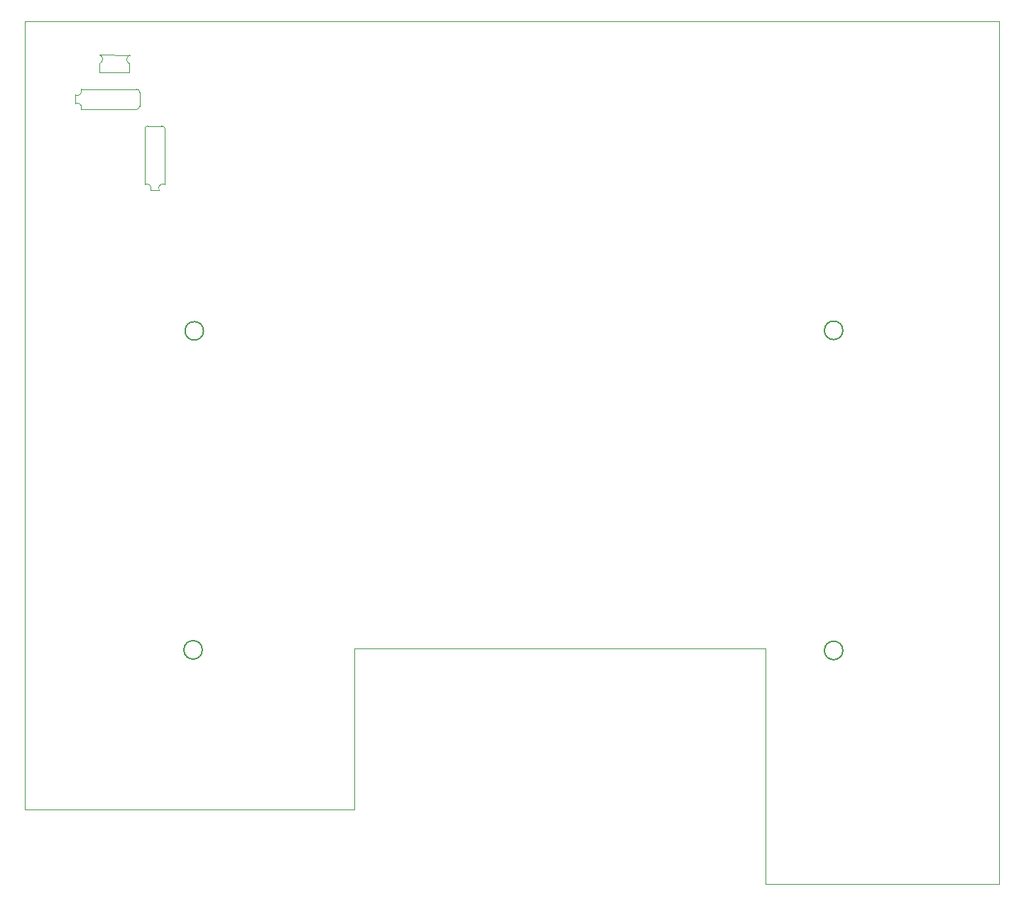
<source format=gbr>
%TF.GenerationSoftware,KiCad,Pcbnew,8.0.7*%
%TF.CreationDate,2025-03-28T15:44:08+09:00*%
%TF.ProjectId,cool642tb_R_with_tb_v130,636f6f6c-3634-4327-9462-5f525f776974,rev?*%
%TF.SameCoordinates,Original*%
%TF.FileFunction,Profile,NP*%
%FSLAX46Y46*%
G04 Gerber Fmt 4.6, Leading zero omitted, Abs format (unit mm)*
G04 Created by KiCad (PCBNEW 8.0.7) date 2025-03-28 15:44:08*
%MOMM*%
%LPD*%
G01*
G04 APERTURE LIST*
%TA.AperFunction,Profile*%
%ADD10C,0.050000*%
%TD*%
%TA.AperFunction,Profile*%
%ADD11C,0.200000*%
%TD*%
%TA.AperFunction,Profile*%
%ADD12C,0.120000*%
%TD*%
G04 APERTURE END LIST*
D10*
X86419999Y27382636D02*
X86459999Y-75567364D01*
D11*
X67810000Y-47670000D02*
G75*
G02*
X65610000Y-47670000I-1100000J0D01*
G01*
X65610000Y-47670000D02*
G75*
G02*
X67810000Y-47670000I1100000J0D01*
G01*
D10*
X86459999Y-75567364D02*
X58610000Y-75557364D01*
D11*
X67810000Y-9470000D02*
G75*
G02*
X65610000Y-9470000I-1100000J0D01*
G01*
X65610000Y-9470000D02*
G75*
G02*
X67810000Y-9470000I1100000J0D01*
G01*
D10*
X9580000Y-47410000D02*
X9580000Y-66640000D01*
X58610000Y-75557364D02*
X58570000Y-47410000D01*
D11*
X-8420000Y-9530000D02*
G75*
G02*
X-10620000Y-9530000I-1100000J0D01*
G01*
X-10620000Y-9530000D02*
G75*
G02*
X-8420000Y-9530000I1100000J0D01*
G01*
D10*
X9580000Y-66640000D02*
X-29750001Y-66687364D01*
X-29750001Y27382636D02*
X86419999Y27382636D01*
X49937000Y-47396000D02*
X9580000Y-47410000D01*
X49937000Y-47396000D02*
X58570000Y-47410000D01*
D11*
X-8560000Y-47600000D02*
G75*
G02*
X-10760000Y-47600000I-1100000J0D01*
G01*
X-10760000Y-47600000D02*
G75*
G02*
X-8560000Y-47600000I1100000J0D01*
G01*
D10*
X-29750001Y-66687364D02*
X-29750001Y27382636D01*
D12*
%TO.C,U1*%
X-23697753Y17580553D02*
X-23697753Y18621953D01*
X-23011953Y19307753D02*
X-16399493Y19319370D01*
X-20823539Y22377540D02*
X-20820564Y21324209D01*
X-20820564Y21324209D02*
X-17239435Y21295791D01*
X-20770000Y23402268D02*
X-17188871Y23373850D01*
X-17242410Y22349122D02*
X-17239435Y21295791D01*
X-16411000Y16889000D02*
X-23011953Y16894753D01*
X-16030753Y18926753D02*
X-16030753Y17275753D01*
X-15417753Y7938047D02*
X-15421000Y14539000D01*
X-15036753Y14919247D02*
X-13385753Y14919247D01*
X-13690553Y7252247D02*
X-14731953Y7252247D01*
X-13004753Y14539000D02*
X-13004753Y7938047D01*
X-23697753Y17580553D02*
G75*
G02*
X-23011953Y16894753I247753J-438047D01*
G01*
X-23011953Y19307753D02*
G75*
G02*
X-23697753Y18621953I-438047J-247753D01*
G01*
X-20770000Y23402268D02*
G75*
G02*
X-20823539Y22377540I-220000J-502268D01*
G01*
X-17242410Y22349122D02*
G75*
G02*
X-17188871Y23373850I220000J502268D01*
G01*
X-16399493Y19319370D02*
G75*
G02*
X-16030754Y18926753I-9907J-378770D01*
G01*
X-16030000Y17270000D02*
G75*
G02*
X-16411000Y16889000I-381000J0D01*
G01*
X-15421000Y14539000D02*
G75*
G02*
X-15040000Y14920000I381000J0D01*
G01*
X-15417753Y7938047D02*
G75*
G02*
X-14731953Y7252247I247753J-438047D01*
G01*
X-13690553Y7252247D02*
G75*
G02*
X-13004749Y7938054I438053J247753D01*
G01*
X-13385753Y14920000D02*
G75*
G02*
X-13004800Y14539000I53J-380900D01*
G01*
%TD*%
M02*

</source>
